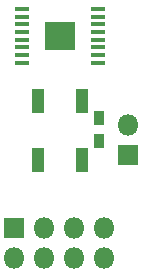
<source format=gbs>
%TF.GenerationSoftware,KiCad,Pcbnew,4.0.7*%
%TF.CreationDate,2017-10-11T16:39:00+02:00*%
%TF.ProjectId,ESP12_pcb,45535031325F7063622E6B696361645F,rev?*%
%TF.FileFunction,Soldermask,Bot*%
%FSLAX46Y46*%
G04 Gerber Fmt 4.6, Leading zero omitted, Abs format (unit mm)*
G04 Created by KiCad (PCBNEW 4.0.7) date Wednesday, 11 October 2017 'PMt' 16:39:00*
%MOMM*%
%LPD*%
G01*
G04 APERTURE LIST*
%ADD10C,0.127000*%
%ADD11R,0.850000X1.300000*%
%ADD12R,1.800000X1.800000*%
%ADD13O,1.800000X1.800000*%
%ADD14R,1.100000X2.100000*%
%ADD15R,1.300000X0.400000*%
%ADD16R,2.500000X2.400000*%
G04 APERTURE END LIST*
D10*
D11*
X53050000Y-78925000D03*
X53050000Y-77025000D03*
D12*
X55450000Y-80165000D03*
D13*
X55450000Y-77625000D03*
D14*
X51550000Y-80550000D03*
X51550000Y-75550000D03*
X47850000Y-80550000D03*
X47850000Y-75550000D03*
D12*
X45820000Y-86310000D03*
D13*
X45820000Y-88850000D03*
X48360000Y-86310000D03*
X48360000Y-88850000D03*
X50900000Y-86310000D03*
X50900000Y-88850000D03*
X53440000Y-86310000D03*
X53440000Y-88850000D03*
D15*
X52900000Y-71025000D03*
X52900000Y-69725000D03*
X52900000Y-68425000D03*
X52900000Y-67775000D03*
X46500000Y-70375000D03*
X52900000Y-71675000D03*
X52900000Y-72325000D03*
X46500000Y-67775000D03*
X46500000Y-68425000D03*
X52900000Y-69075000D03*
X46500000Y-69075000D03*
X46500000Y-69725000D03*
X52900000Y-70375000D03*
X46500000Y-71025000D03*
X46500000Y-71675000D03*
X46500000Y-72325000D03*
D16*
X49700000Y-70050000D03*
M02*

</source>
